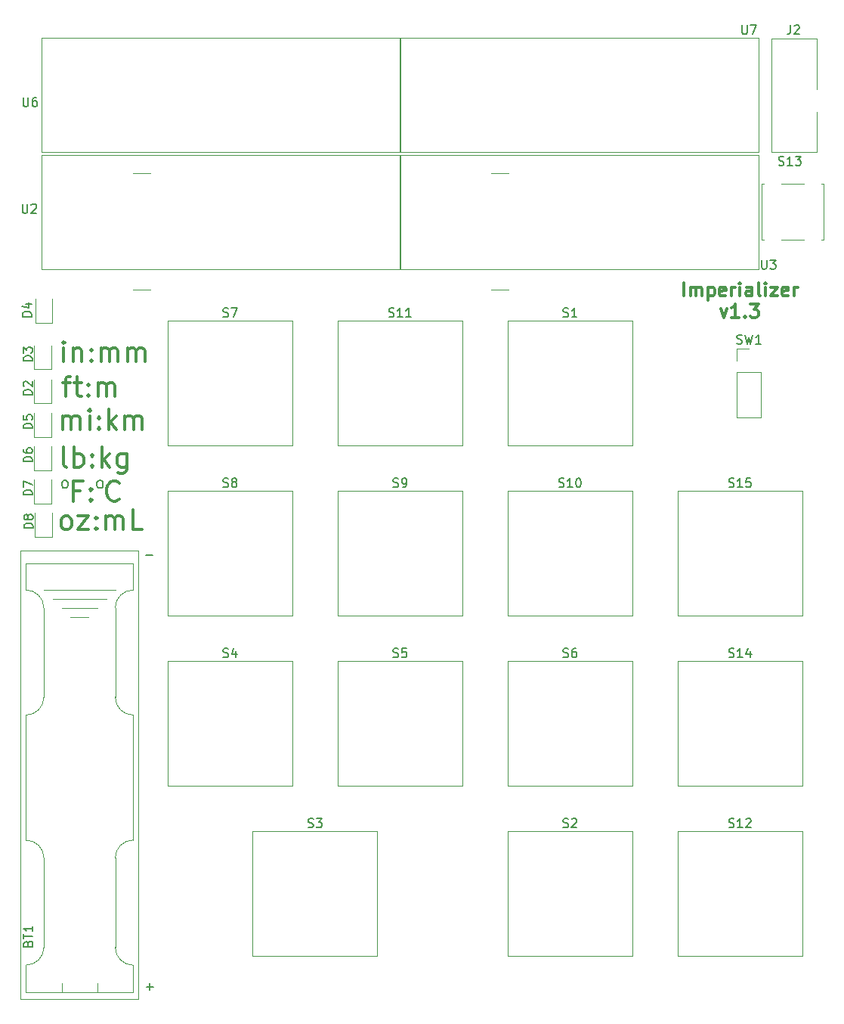
<source format=gbr>
G04 #@! TF.GenerationSoftware,KiCad,Pcbnew,(5.99.0-6545-gfc5120553)*
G04 #@! TF.CreationDate,2020-10-25T16:43:41-04:00*
G04 #@! TF.ProjectId,imperializer,696d7065-7269-4616-9c69-7a65722e6b69,1.22*
G04 #@! TF.SameCoordinates,Original*
G04 #@! TF.FileFunction,Legend,Top*
G04 #@! TF.FilePolarity,Positive*
%FSLAX46Y46*%
G04 Gerber Fmt 4.6, Leading zero omitted, Abs format (unit mm)*
G04 Created by KiCad (PCBNEW (5.99.0-6545-gfc5120553)) date 2020-10-25 16:43:41*
%MOMM*%
%LPD*%
G01*
G04 APERTURE LIST*
%ADD10C,0.300000*%
%ADD11C,0.150000*%
%ADD12C,0.120000*%
G04 APERTURE END LIST*
D10*
X93009285Y-66017857D02*
X93866428Y-66017857D01*
X93330714Y-67517857D02*
X93330714Y-65589285D01*
X93437857Y-65375000D01*
X93652142Y-65267857D01*
X93866428Y-65267857D01*
X94295000Y-66017857D02*
X95152142Y-66017857D01*
X94616428Y-65267857D02*
X94616428Y-67196428D01*
X94723571Y-67410714D01*
X94937857Y-67517857D01*
X95152142Y-67517857D01*
X95902142Y-67303571D02*
X96009285Y-67410714D01*
X95902142Y-67517857D01*
X95795000Y-67410714D01*
X95902142Y-67303571D01*
X95902142Y-67517857D01*
X95902142Y-66125000D02*
X96009285Y-66232142D01*
X95902142Y-66339285D01*
X95795000Y-66232142D01*
X95902142Y-66125000D01*
X95902142Y-66339285D01*
X96973571Y-67517857D02*
X96973571Y-66017857D01*
X96973571Y-66232142D02*
X97080714Y-66125000D01*
X97295000Y-66017857D01*
X97616428Y-66017857D01*
X97830714Y-66125000D01*
X97937857Y-66339285D01*
X97937857Y-67517857D01*
X97937857Y-66339285D02*
X98045000Y-66125000D01*
X98259285Y-66017857D01*
X98580714Y-66017857D01*
X98795000Y-66125000D01*
X98902142Y-66339285D01*
X98902142Y-67517857D01*
X93252142Y-82417857D02*
X93037857Y-82310714D01*
X92930714Y-82203571D01*
X92823571Y-81989285D01*
X92823571Y-81346428D01*
X92930714Y-81132142D01*
X93037857Y-81025000D01*
X93252142Y-80917857D01*
X93573571Y-80917857D01*
X93787857Y-81025000D01*
X93895000Y-81132142D01*
X94002142Y-81346428D01*
X94002142Y-81989285D01*
X93895000Y-82203571D01*
X93787857Y-82310714D01*
X93573571Y-82417857D01*
X93252142Y-82417857D01*
X94752142Y-80917857D02*
X95930714Y-80917857D01*
X94752142Y-82417857D01*
X95930714Y-82417857D01*
X96787857Y-82203571D02*
X96895000Y-82310714D01*
X96787857Y-82417857D01*
X96680714Y-82310714D01*
X96787857Y-82203571D01*
X96787857Y-82417857D01*
X96787857Y-81025000D02*
X96895000Y-81132142D01*
X96787857Y-81239285D01*
X96680714Y-81132142D01*
X96787857Y-81025000D01*
X96787857Y-81239285D01*
X97859285Y-82417857D02*
X97859285Y-80917857D01*
X97859285Y-81132142D02*
X97966428Y-81025000D01*
X98180714Y-80917857D01*
X98502142Y-80917857D01*
X98716428Y-81025000D01*
X98823571Y-81239285D01*
X98823571Y-82417857D01*
X98823571Y-81239285D02*
X98930714Y-81025000D01*
X99145000Y-80917857D01*
X99466428Y-80917857D01*
X99680714Y-81025000D01*
X99787857Y-81239285D01*
X99787857Y-82417857D01*
X101930714Y-82417857D02*
X100859285Y-82417857D01*
X100859285Y-80167857D01*
X93030714Y-71217857D02*
X93030714Y-69717857D01*
X93030714Y-69932142D02*
X93137857Y-69825000D01*
X93352142Y-69717857D01*
X93673571Y-69717857D01*
X93887857Y-69825000D01*
X93995000Y-70039285D01*
X93995000Y-71217857D01*
X93995000Y-70039285D02*
X94102142Y-69825000D01*
X94316428Y-69717857D01*
X94637857Y-69717857D01*
X94852142Y-69825000D01*
X94959285Y-70039285D01*
X94959285Y-71217857D01*
X96030714Y-71217857D02*
X96030714Y-69717857D01*
X96030714Y-68967857D02*
X95923571Y-69075000D01*
X96030714Y-69182142D01*
X96137857Y-69075000D01*
X96030714Y-68967857D01*
X96030714Y-69182142D01*
X97102142Y-71003571D02*
X97209285Y-71110714D01*
X97102142Y-71217857D01*
X96995000Y-71110714D01*
X97102142Y-71003571D01*
X97102142Y-71217857D01*
X97102142Y-69825000D02*
X97209285Y-69932142D01*
X97102142Y-70039285D01*
X96995000Y-69932142D01*
X97102142Y-69825000D01*
X97102142Y-70039285D01*
X98173571Y-71217857D02*
X98173571Y-68967857D01*
X98387857Y-70360714D02*
X99030714Y-71217857D01*
X99030714Y-69717857D02*
X98173571Y-70575000D01*
X99995000Y-71217857D02*
X99995000Y-69717857D01*
X99995000Y-69932142D02*
X100102142Y-69825000D01*
X100316428Y-69717857D01*
X100637857Y-69717857D01*
X100852142Y-69825000D01*
X100959285Y-70039285D01*
X100959285Y-71217857D01*
X100959285Y-70039285D02*
X101066428Y-69825000D01*
X101280714Y-69717857D01*
X101602142Y-69717857D01*
X101816428Y-69825000D01*
X101923571Y-70039285D01*
X101923571Y-71217857D01*
X94997714Y-78055285D02*
X94247714Y-78055285D01*
X94247714Y-79233857D02*
X94247714Y-76983857D01*
X95319142Y-76983857D01*
X96176285Y-79019571D02*
X96283428Y-79126714D01*
X96176285Y-79233857D01*
X96069142Y-79126714D01*
X96176285Y-79019571D01*
X96176285Y-79233857D01*
X96176285Y-77841000D02*
X96283428Y-77948142D01*
X96176285Y-78055285D01*
X96069142Y-77948142D01*
X96176285Y-77841000D01*
X96176285Y-78055285D01*
D11*
X97110714Y-77765476D02*
X96991666Y-77705952D01*
X96932142Y-77646428D01*
X96872619Y-77527380D01*
X96872619Y-77170238D01*
X96932142Y-77051190D01*
X96991666Y-76991666D01*
X97110714Y-76932142D01*
X97289285Y-76932142D01*
X97408333Y-76991666D01*
X97467857Y-77051190D01*
X97527380Y-77170238D01*
X97527380Y-77527380D01*
X97467857Y-77646428D01*
X97408333Y-77705952D01*
X97289285Y-77765476D01*
X97110714Y-77765476D01*
D10*
X99343428Y-79019571D02*
X99236285Y-79126714D01*
X98914857Y-79233857D01*
X98700571Y-79233857D01*
X98379142Y-79126714D01*
X98164857Y-78912428D01*
X98057714Y-78698142D01*
X97950571Y-78269571D01*
X97950571Y-77948142D01*
X98057714Y-77519571D01*
X98164857Y-77305285D01*
X98379142Y-77091000D01*
X98700571Y-76983857D01*
X98914857Y-76983857D01*
X99236285Y-77091000D01*
X99343428Y-77198142D01*
X162624285Y-56271071D02*
X162624285Y-54771071D01*
X163338571Y-56271071D02*
X163338571Y-55271071D01*
X163338571Y-55413928D02*
X163410000Y-55342500D01*
X163552857Y-55271071D01*
X163767142Y-55271071D01*
X163910000Y-55342500D01*
X163981428Y-55485357D01*
X163981428Y-56271071D01*
X163981428Y-55485357D02*
X164052857Y-55342500D01*
X164195714Y-55271071D01*
X164410000Y-55271071D01*
X164552857Y-55342500D01*
X164624285Y-55485357D01*
X164624285Y-56271071D01*
X165338571Y-55271071D02*
X165338571Y-56771071D01*
X165338571Y-55342500D02*
X165481428Y-55271071D01*
X165767142Y-55271071D01*
X165910000Y-55342500D01*
X165981428Y-55413928D01*
X166052857Y-55556785D01*
X166052857Y-55985357D01*
X165981428Y-56128214D01*
X165910000Y-56199642D01*
X165767142Y-56271071D01*
X165481428Y-56271071D01*
X165338571Y-56199642D01*
X167267142Y-56199642D02*
X167124285Y-56271071D01*
X166838571Y-56271071D01*
X166695714Y-56199642D01*
X166624285Y-56056785D01*
X166624285Y-55485357D01*
X166695714Y-55342500D01*
X166838571Y-55271071D01*
X167124285Y-55271071D01*
X167267142Y-55342500D01*
X167338571Y-55485357D01*
X167338571Y-55628214D01*
X166624285Y-55771071D01*
X167981428Y-56271071D02*
X167981428Y-55271071D01*
X167981428Y-55556785D02*
X168052857Y-55413928D01*
X168124285Y-55342500D01*
X168267142Y-55271071D01*
X168410000Y-55271071D01*
X168910000Y-56271071D02*
X168910000Y-55271071D01*
X168910000Y-54771071D02*
X168838571Y-54842500D01*
X168910000Y-54913928D01*
X168981428Y-54842500D01*
X168910000Y-54771071D01*
X168910000Y-54913928D01*
X170267142Y-56271071D02*
X170267142Y-55485357D01*
X170195714Y-55342500D01*
X170052857Y-55271071D01*
X169767142Y-55271071D01*
X169624285Y-55342500D01*
X170267142Y-56199642D02*
X170124285Y-56271071D01*
X169767142Y-56271071D01*
X169624285Y-56199642D01*
X169552857Y-56056785D01*
X169552857Y-55913928D01*
X169624285Y-55771071D01*
X169767142Y-55699642D01*
X170124285Y-55699642D01*
X170267142Y-55628214D01*
X171195714Y-56271071D02*
X171052857Y-56199642D01*
X170981428Y-56056785D01*
X170981428Y-54771071D01*
X171767142Y-56271071D02*
X171767142Y-55271071D01*
X171767142Y-54771071D02*
X171695714Y-54842500D01*
X171767142Y-54913928D01*
X171838571Y-54842500D01*
X171767142Y-54771071D01*
X171767142Y-54913928D01*
X172338571Y-55271071D02*
X173124285Y-55271071D01*
X172338571Y-56271071D01*
X173124285Y-56271071D01*
X174267142Y-56199642D02*
X174124285Y-56271071D01*
X173838571Y-56271071D01*
X173695714Y-56199642D01*
X173624285Y-56056785D01*
X173624285Y-55485357D01*
X173695714Y-55342500D01*
X173838571Y-55271071D01*
X174124285Y-55271071D01*
X174267142Y-55342500D01*
X174338571Y-55485357D01*
X174338571Y-55628214D01*
X173624285Y-55771071D01*
X174981428Y-56271071D02*
X174981428Y-55271071D01*
X174981428Y-55556785D02*
X175052857Y-55413928D01*
X175124285Y-55342500D01*
X175267142Y-55271071D01*
X175410000Y-55271071D01*
X166767142Y-57686071D02*
X167124285Y-58686071D01*
X167481428Y-57686071D01*
X168838571Y-58686071D02*
X167981428Y-58686071D01*
X168410000Y-58686071D02*
X168410000Y-57186071D01*
X168267142Y-57400357D01*
X168124285Y-57543214D01*
X167981428Y-57614642D01*
X169481428Y-58543214D02*
X169552857Y-58614642D01*
X169481428Y-58686071D01*
X169410000Y-58614642D01*
X169481428Y-58543214D01*
X169481428Y-58686071D01*
X170052857Y-57186071D02*
X170981428Y-57186071D01*
X170481428Y-57757500D01*
X170695714Y-57757500D01*
X170838571Y-57828928D01*
X170910000Y-57900357D01*
X170981428Y-58043214D01*
X170981428Y-58400357D01*
X170910000Y-58543214D01*
X170838571Y-58614642D01*
X170695714Y-58686071D01*
X170267142Y-58686071D01*
X170124285Y-58614642D01*
X170052857Y-58543214D01*
X93130714Y-63617857D02*
X93130714Y-62117857D01*
X93130714Y-61367857D02*
X93023571Y-61475000D01*
X93130714Y-61582142D01*
X93237857Y-61475000D01*
X93130714Y-61367857D01*
X93130714Y-61582142D01*
X94202142Y-62117857D02*
X94202142Y-63617857D01*
X94202142Y-62332142D02*
X94309285Y-62225000D01*
X94523571Y-62117857D01*
X94845000Y-62117857D01*
X95059285Y-62225000D01*
X95166428Y-62439285D01*
X95166428Y-63617857D01*
X96237857Y-63403571D02*
X96345000Y-63510714D01*
X96237857Y-63617857D01*
X96130714Y-63510714D01*
X96237857Y-63403571D01*
X96237857Y-63617857D01*
X96237857Y-62225000D02*
X96345000Y-62332142D01*
X96237857Y-62439285D01*
X96130714Y-62332142D01*
X96237857Y-62225000D01*
X96237857Y-62439285D01*
X97309285Y-63617857D02*
X97309285Y-62117857D01*
X97309285Y-62332142D02*
X97416428Y-62225000D01*
X97630714Y-62117857D01*
X97952142Y-62117857D01*
X98166428Y-62225000D01*
X98273571Y-62439285D01*
X98273571Y-63617857D01*
X98273571Y-62439285D02*
X98380714Y-62225000D01*
X98595000Y-62117857D01*
X98916428Y-62117857D01*
X99130714Y-62225000D01*
X99237857Y-62439285D01*
X99237857Y-63617857D01*
X100309285Y-63617857D02*
X100309285Y-62117857D01*
X100309285Y-62332142D02*
X100416428Y-62225000D01*
X100630714Y-62117857D01*
X100952142Y-62117857D01*
X101166428Y-62225000D01*
X101273571Y-62439285D01*
X101273571Y-63617857D01*
X101273571Y-62439285D02*
X101380714Y-62225000D01*
X101595000Y-62117857D01*
X101916428Y-62117857D01*
X102130714Y-62225000D01*
X102237857Y-62439285D01*
X102237857Y-63617857D01*
X93426142Y-75423857D02*
X93211857Y-75316714D01*
X93104714Y-75102428D01*
X93104714Y-73173857D01*
X94283285Y-75423857D02*
X94283285Y-73173857D01*
X94283285Y-74031000D02*
X94497571Y-73923857D01*
X94926142Y-73923857D01*
X95140428Y-74031000D01*
X95247571Y-74138142D01*
X95354714Y-74352428D01*
X95354714Y-74995285D01*
X95247571Y-75209571D01*
X95140428Y-75316714D01*
X94926142Y-75423857D01*
X94497571Y-75423857D01*
X94283285Y-75316714D01*
X96319000Y-75209571D02*
X96426142Y-75316714D01*
X96319000Y-75423857D01*
X96211857Y-75316714D01*
X96319000Y-75209571D01*
X96319000Y-75423857D01*
X96319000Y-74031000D02*
X96426142Y-74138142D01*
X96319000Y-74245285D01*
X96211857Y-74138142D01*
X96319000Y-74031000D01*
X96319000Y-74245285D01*
X97390428Y-75423857D02*
X97390428Y-73173857D01*
X97604714Y-74566714D02*
X98247571Y-75423857D01*
X98247571Y-73923857D02*
X97390428Y-74781000D01*
X100176142Y-73923857D02*
X100176142Y-75745285D01*
X100069000Y-75959571D01*
X99961857Y-76066714D01*
X99747571Y-76173857D01*
X99426142Y-76173857D01*
X99211857Y-76066714D01*
X100176142Y-75316714D02*
X99961857Y-75423857D01*
X99533285Y-75423857D01*
X99319000Y-75316714D01*
X99211857Y-75209571D01*
X99104714Y-74995285D01*
X99104714Y-74352428D01*
X99211857Y-74138142D01*
X99319000Y-74031000D01*
X99533285Y-73923857D01*
X99961857Y-73923857D01*
X100176142Y-74031000D01*
D11*
X93173714Y-77765476D02*
X93054666Y-77705952D01*
X92995142Y-77646428D01*
X92935619Y-77527380D01*
X92935619Y-77170238D01*
X92995142Y-77051190D01*
X93054666Y-76991666D01*
X93173714Y-76932142D01*
X93352285Y-76932142D01*
X93471333Y-76991666D01*
X93530857Y-77051190D01*
X93590380Y-77170238D01*
X93590380Y-77527380D01*
X93530857Y-77646428D01*
X93471333Y-77705952D01*
X93352285Y-77765476D01*
X93173714Y-77765476D01*
X89602380Y-63538095D02*
X88602380Y-63538095D01*
X88602380Y-63300000D01*
X88650000Y-63157142D01*
X88745238Y-63061904D01*
X88840476Y-63014285D01*
X89030952Y-62966666D01*
X89173809Y-62966666D01*
X89364285Y-63014285D01*
X89459523Y-63061904D01*
X89554761Y-63157142D01*
X89602380Y-63300000D01*
X89602380Y-63538095D01*
X88602380Y-62633333D02*
X88602380Y-62014285D01*
X88983333Y-62347619D01*
X88983333Y-62204761D01*
X89030952Y-62109523D01*
X89078571Y-62061904D01*
X89173809Y-62014285D01*
X89411904Y-62014285D01*
X89507142Y-62061904D01*
X89554761Y-62109523D01*
X89602380Y-62204761D01*
X89602380Y-62490476D01*
X89554761Y-62585714D01*
X89507142Y-62633333D01*
X89602380Y-67338095D02*
X88602380Y-67338095D01*
X88602380Y-67100000D01*
X88650000Y-66957142D01*
X88745238Y-66861904D01*
X88840476Y-66814285D01*
X89030952Y-66766666D01*
X89173809Y-66766666D01*
X89364285Y-66814285D01*
X89459523Y-66861904D01*
X89554761Y-66957142D01*
X89602380Y-67100000D01*
X89602380Y-67338095D01*
X88697619Y-66385714D02*
X88650000Y-66338095D01*
X88602380Y-66242857D01*
X88602380Y-66004761D01*
X88650000Y-65909523D01*
X88697619Y-65861904D01*
X88792857Y-65814285D01*
X88888095Y-65814285D01*
X89030952Y-65861904D01*
X89602380Y-66433333D01*
X89602380Y-65814285D01*
X110998095Y-96670761D02*
X111140952Y-96718380D01*
X111379047Y-96718380D01*
X111474285Y-96670761D01*
X111521904Y-96623142D01*
X111569523Y-96527904D01*
X111569523Y-96432666D01*
X111521904Y-96337428D01*
X111474285Y-96289809D01*
X111379047Y-96242190D01*
X111188571Y-96194571D01*
X111093333Y-96146952D01*
X111045714Y-96099333D01*
X110998095Y-96004095D01*
X110998095Y-95908857D01*
X111045714Y-95813619D01*
X111093333Y-95766000D01*
X111188571Y-95718380D01*
X111426666Y-95718380D01*
X111569523Y-95766000D01*
X112426666Y-96051714D02*
X112426666Y-96718380D01*
X112188571Y-95670761D02*
X111950476Y-96385047D01*
X112569523Y-96385047D01*
X130048095Y-96670761D02*
X130190952Y-96718380D01*
X130429047Y-96718380D01*
X130524285Y-96670761D01*
X130571904Y-96623142D01*
X130619523Y-96527904D01*
X130619523Y-96432666D01*
X130571904Y-96337428D01*
X130524285Y-96289809D01*
X130429047Y-96242190D01*
X130238571Y-96194571D01*
X130143333Y-96146952D01*
X130095714Y-96099333D01*
X130048095Y-96004095D01*
X130048095Y-95908857D01*
X130095714Y-95813619D01*
X130143333Y-95766000D01*
X130238571Y-95718380D01*
X130476666Y-95718380D01*
X130619523Y-95766000D01*
X131524285Y-95718380D02*
X131048095Y-95718380D01*
X131000476Y-96194571D01*
X131048095Y-96146952D01*
X131143333Y-96099333D01*
X131381428Y-96099333D01*
X131476666Y-96146952D01*
X131524285Y-96194571D01*
X131571904Y-96289809D01*
X131571904Y-96527904D01*
X131524285Y-96623142D01*
X131476666Y-96670761D01*
X131381428Y-96718380D01*
X131143333Y-96718380D01*
X131048095Y-96670761D01*
X131000476Y-96623142D01*
X110998095Y-58570761D02*
X111140952Y-58618380D01*
X111379047Y-58618380D01*
X111474285Y-58570761D01*
X111521904Y-58523142D01*
X111569523Y-58427904D01*
X111569523Y-58332666D01*
X111521904Y-58237428D01*
X111474285Y-58189809D01*
X111379047Y-58142190D01*
X111188571Y-58094571D01*
X111093333Y-58046952D01*
X111045714Y-57999333D01*
X110998095Y-57904095D01*
X110998095Y-57808857D01*
X111045714Y-57713619D01*
X111093333Y-57666000D01*
X111188571Y-57618380D01*
X111426666Y-57618380D01*
X111569523Y-57666000D01*
X111902857Y-57618380D02*
X112569523Y-57618380D01*
X112140952Y-58618380D01*
X110998095Y-77620761D02*
X111140952Y-77668380D01*
X111379047Y-77668380D01*
X111474285Y-77620761D01*
X111521904Y-77573142D01*
X111569523Y-77477904D01*
X111569523Y-77382666D01*
X111521904Y-77287428D01*
X111474285Y-77239809D01*
X111379047Y-77192190D01*
X111188571Y-77144571D01*
X111093333Y-77096952D01*
X111045714Y-77049333D01*
X110998095Y-76954095D01*
X110998095Y-76858857D01*
X111045714Y-76763619D01*
X111093333Y-76716000D01*
X111188571Y-76668380D01*
X111426666Y-76668380D01*
X111569523Y-76716000D01*
X112140952Y-77096952D02*
X112045714Y-77049333D01*
X111998095Y-77001714D01*
X111950476Y-76906476D01*
X111950476Y-76858857D01*
X111998095Y-76763619D01*
X112045714Y-76716000D01*
X112140952Y-76668380D01*
X112331428Y-76668380D01*
X112426666Y-76716000D01*
X112474285Y-76763619D01*
X112521904Y-76858857D01*
X112521904Y-76906476D01*
X112474285Y-77001714D01*
X112426666Y-77049333D01*
X112331428Y-77096952D01*
X112140952Y-77096952D01*
X112045714Y-77144571D01*
X111998095Y-77192190D01*
X111950476Y-77287428D01*
X111950476Y-77477904D01*
X111998095Y-77573142D01*
X112045714Y-77620761D01*
X112140952Y-77668380D01*
X112331428Y-77668380D01*
X112426666Y-77620761D01*
X112474285Y-77573142D01*
X112521904Y-77477904D01*
X112521904Y-77287428D01*
X112474285Y-77192190D01*
X112426666Y-77144571D01*
X112331428Y-77096952D01*
X130048095Y-77620761D02*
X130190952Y-77668380D01*
X130429047Y-77668380D01*
X130524285Y-77620761D01*
X130571904Y-77573142D01*
X130619523Y-77477904D01*
X130619523Y-77382666D01*
X130571904Y-77287428D01*
X130524285Y-77239809D01*
X130429047Y-77192190D01*
X130238571Y-77144571D01*
X130143333Y-77096952D01*
X130095714Y-77049333D01*
X130048095Y-76954095D01*
X130048095Y-76858857D01*
X130095714Y-76763619D01*
X130143333Y-76716000D01*
X130238571Y-76668380D01*
X130476666Y-76668380D01*
X130619523Y-76716000D01*
X131095714Y-77668380D02*
X131286190Y-77668380D01*
X131381428Y-77620761D01*
X131429047Y-77573142D01*
X131524285Y-77430285D01*
X131571904Y-77239809D01*
X131571904Y-76858857D01*
X131524285Y-76763619D01*
X131476666Y-76716000D01*
X131381428Y-76668380D01*
X131190952Y-76668380D01*
X131095714Y-76716000D01*
X131048095Y-76763619D01*
X131000476Y-76858857D01*
X131000476Y-77096952D01*
X131048095Y-77192190D01*
X131095714Y-77239809D01*
X131190952Y-77287428D01*
X131381428Y-77287428D01*
X131476666Y-77239809D01*
X131524285Y-77192190D01*
X131571904Y-77096952D01*
X129571904Y-58570761D02*
X129714761Y-58618380D01*
X129952857Y-58618380D01*
X130048095Y-58570761D01*
X130095714Y-58523142D01*
X130143333Y-58427904D01*
X130143333Y-58332666D01*
X130095714Y-58237428D01*
X130048095Y-58189809D01*
X129952857Y-58142190D01*
X129762380Y-58094571D01*
X129667142Y-58046952D01*
X129619523Y-57999333D01*
X129571904Y-57904095D01*
X129571904Y-57808857D01*
X129619523Y-57713619D01*
X129667142Y-57666000D01*
X129762380Y-57618380D01*
X130000476Y-57618380D01*
X130143333Y-57666000D01*
X131095714Y-58618380D02*
X130524285Y-58618380D01*
X130810000Y-58618380D02*
X130810000Y-57618380D01*
X130714761Y-57761238D01*
X130619523Y-57856476D01*
X130524285Y-57904095D01*
X132048095Y-58618380D02*
X131476666Y-58618380D01*
X131762380Y-58618380D02*
X131762380Y-57618380D01*
X131667142Y-57761238D01*
X131571904Y-57856476D01*
X131476666Y-57904095D01*
X149098095Y-58570761D02*
X149240952Y-58618380D01*
X149479047Y-58618380D01*
X149574285Y-58570761D01*
X149621904Y-58523142D01*
X149669523Y-58427904D01*
X149669523Y-58332666D01*
X149621904Y-58237428D01*
X149574285Y-58189809D01*
X149479047Y-58142190D01*
X149288571Y-58094571D01*
X149193333Y-58046952D01*
X149145714Y-57999333D01*
X149098095Y-57904095D01*
X149098095Y-57808857D01*
X149145714Y-57713619D01*
X149193333Y-57666000D01*
X149288571Y-57618380D01*
X149526666Y-57618380D01*
X149669523Y-57666000D01*
X150621904Y-58618380D02*
X150050476Y-58618380D01*
X150336190Y-58618380D02*
X150336190Y-57618380D01*
X150240952Y-57761238D01*
X150145714Y-57856476D01*
X150050476Y-57904095D01*
X149098095Y-115720761D02*
X149240952Y-115768380D01*
X149479047Y-115768380D01*
X149574285Y-115720761D01*
X149621904Y-115673142D01*
X149669523Y-115577904D01*
X149669523Y-115482666D01*
X149621904Y-115387428D01*
X149574285Y-115339809D01*
X149479047Y-115292190D01*
X149288571Y-115244571D01*
X149193333Y-115196952D01*
X149145714Y-115149333D01*
X149098095Y-115054095D01*
X149098095Y-114958857D01*
X149145714Y-114863619D01*
X149193333Y-114816000D01*
X149288571Y-114768380D01*
X149526666Y-114768380D01*
X149669523Y-114816000D01*
X150050476Y-114863619D02*
X150098095Y-114816000D01*
X150193333Y-114768380D01*
X150431428Y-114768380D01*
X150526666Y-114816000D01*
X150574285Y-114863619D01*
X150621904Y-114958857D01*
X150621904Y-115054095D01*
X150574285Y-115196952D01*
X150002857Y-115768380D01*
X150621904Y-115768380D01*
X171338095Y-52252380D02*
X171338095Y-53061904D01*
X171385714Y-53157142D01*
X171433333Y-53204761D01*
X171528571Y-53252380D01*
X171719047Y-53252380D01*
X171814285Y-53204761D01*
X171861904Y-53157142D01*
X171909523Y-53061904D01*
X171909523Y-52252380D01*
X172290476Y-52252380D02*
X172909523Y-52252380D01*
X172576190Y-52633333D01*
X172719047Y-52633333D01*
X172814285Y-52680952D01*
X172861904Y-52728571D01*
X172909523Y-52823809D01*
X172909523Y-53061904D01*
X172861904Y-53157142D01*
X172814285Y-53204761D01*
X172719047Y-53252380D01*
X172433333Y-53252380D01*
X172338095Y-53204761D01*
X172290476Y-53157142D01*
X88493695Y-45985180D02*
X88493695Y-46794704D01*
X88541314Y-46889942D01*
X88588933Y-46937561D01*
X88684171Y-46985180D01*
X88874647Y-46985180D01*
X88969885Y-46937561D01*
X89017504Y-46889942D01*
X89065123Y-46794704D01*
X89065123Y-45985180D01*
X89493695Y-46080419D02*
X89541314Y-46032800D01*
X89636552Y-45985180D01*
X89874647Y-45985180D01*
X89969885Y-46032800D01*
X90017504Y-46080419D01*
X90065123Y-46175657D01*
X90065123Y-46270895D01*
X90017504Y-46413752D01*
X89446076Y-46985180D01*
X90065123Y-46985180D01*
X120523095Y-115720761D02*
X120665952Y-115768380D01*
X120904047Y-115768380D01*
X120999285Y-115720761D01*
X121046904Y-115673142D01*
X121094523Y-115577904D01*
X121094523Y-115482666D01*
X121046904Y-115387428D01*
X120999285Y-115339809D01*
X120904047Y-115292190D01*
X120713571Y-115244571D01*
X120618333Y-115196952D01*
X120570714Y-115149333D01*
X120523095Y-115054095D01*
X120523095Y-114958857D01*
X120570714Y-114863619D01*
X120618333Y-114816000D01*
X120713571Y-114768380D01*
X120951666Y-114768380D01*
X121094523Y-114816000D01*
X121427857Y-114768380D02*
X122046904Y-114768380D01*
X121713571Y-115149333D01*
X121856428Y-115149333D01*
X121951666Y-115196952D01*
X121999285Y-115244571D01*
X122046904Y-115339809D01*
X122046904Y-115577904D01*
X121999285Y-115673142D01*
X121951666Y-115720761D01*
X121856428Y-115768380D01*
X121570714Y-115768380D01*
X121475476Y-115720761D01*
X121427857Y-115673142D01*
X169138095Y-25952380D02*
X169138095Y-26761904D01*
X169185714Y-26857142D01*
X169233333Y-26904761D01*
X169328571Y-26952380D01*
X169519047Y-26952380D01*
X169614285Y-26904761D01*
X169661904Y-26857142D01*
X169709523Y-26761904D01*
X169709523Y-25952380D01*
X170090476Y-25952380D02*
X170757142Y-25952380D01*
X170328571Y-26952380D01*
X88595295Y-34047180D02*
X88595295Y-34856704D01*
X88642914Y-34951942D01*
X88690533Y-34999561D01*
X88785771Y-35047180D01*
X88976247Y-35047180D01*
X89071485Y-34999561D01*
X89119104Y-34951942D01*
X89166723Y-34856704D01*
X89166723Y-34047180D01*
X90071485Y-34047180D02*
X89881009Y-34047180D01*
X89785771Y-34094800D01*
X89738152Y-34142419D01*
X89642914Y-34285276D01*
X89595295Y-34475752D01*
X89595295Y-34856704D01*
X89642914Y-34951942D01*
X89690533Y-34999561D01*
X89785771Y-35047180D01*
X89976247Y-35047180D01*
X90071485Y-34999561D01*
X90119104Y-34951942D01*
X90166723Y-34856704D01*
X90166723Y-34618609D01*
X90119104Y-34523371D01*
X90071485Y-34475752D01*
X89976247Y-34428133D01*
X89785771Y-34428133D01*
X89690533Y-34475752D01*
X89642914Y-34523371D01*
X89595295Y-34618609D01*
X149098095Y-96670761D02*
X149240952Y-96718380D01*
X149479047Y-96718380D01*
X149574285Y-96670761D01*
X149621904Y-96623142D01*
X149669523Y-96527904D01*
X149669523Y-96432666D01*
X149621904Y-96337428D01*
X149574285Y-96289809D01*
X149479047Y-96242190D01*
X149288571Y-96194571D01*
X149193333Y-96146952D01*
X149145714Y-96099333D01*
X149098095Y-96004095D01*
X149098095Y-95908857D01*
X149145714Y-95813619D01*
X149193333Y-95766000D01*
X149288571Y-95718380D01*
X149526666Y-95718380D01*
X149669523Y-95766000D01*
X150526666Y-95718380D02*
X150336190Y-95718380D01*
X150240952Y-95766000D01*
X150193333Y-95813619D01*
X150098095Y-95956476D01*
X150050476Y-96146952D01*
X150050476Y-96527904D01*
X150098095Y-96623142D01*
X150145714Y-96670761D01*
X150240952Y-96718380D01*
X150431428Y-96718380D01*
X150526666Y-96670761D01*
X150574285Y-96623142D01*
X150621904Y-96527904D01*
X150621904Y-96289809D01*
X150574285Y-96194571D01*
X150526666Y-96146952D01*
X150431428Y-96099333D01*
X150240952Y-96099333D01*
X150145714Y-96146952D01*
X150098095Y-96194571D01*
X150050476Y-96289809D01*
X174566666Y-25952380D02*
X174566666Y-26666666D01*
X174519047Y-26809523D01*
X174423809Y-26904761D01*
X174280952Y-26952380D01*
X174185714Y-26952380D01*
X174995238Y-26047619D02*
X175042857Y-26000000D01*
X175138095Y-25952380D01*
X175376190Y-25952380D01*
X175471428Y-26000000D01*
X175519047Y-26047619D01*
X175566666Y-26142857D01*
X175566666Y-26238095D01*
X175519047Y-26380952D01*
X174947619Y-26952380D01*
X175566666Y-26952380D01*
X89510880Y-58577095D02*
X88510880Y-58577095D01*
X88510880Y-58339000D01*
X88558500Y-58196142D01*
X88653738Y-58100904D01*
X88748976Y-58053285D01*
X88939452Y-58005666D01*
X89082309Y-58005666D01*
X89272785Y-58053285D01*
X89368023Y-58100904D01*
X89463261Y-58196142D01*
X89510880Y-58339000D01*
X89510880Y-58577095D01*
X88844214Y-57148523D02*
X89510880Y-57148523D01*
X88463261Y-57386619D02*
X89177547Y-57624714D01*
X89177547Y-57005666D01*
X168576666Y-61574761D02*
X168719523Y-61622380D01*
X168957619Y-61622380D01*
X169052857Y-61574761D01*
X169100476Y-61527142D01*
X169148095Y-61431904D01*
X169148095Y-61336666D01*
X169100476Y-61241428D01*
X169052857Y-61193809D01*
X168957619Y-61146190D01*
X168767142Y-61098571D01*
X168671904Y-61050952D01*
X168624285Y-61003333D01*
X168576666Y-60908095D01*
X168576666Y-60812857D01*
X168624285Y-60717619D01*
X168671904Y-60670000D01*
X168767142Y-60622380D01*
X169005238Y-60622380D01*
X169148095Y-60670000D01*
X169481428Y-60622380D02*
X169719523Y-61622380D01*
X169910000Y-60908095D01*
X170100476Y-61622380D01*
X170338571Y-60622380D01*
X171243333Y-61622380D02*
X170671904Y-61622380D01*
X170957619Y-61622380D02*
X170957619Y-60622380D01*
X170862380Y-60765238D01*
X170767142Y-60860476D01*
X170671904Y-60908095D01*
X148621904Y-77620761D02*
X148764761Y-77668380D01*
X149002857Y-77668380D01*
X149098095Y-77620761D01*
X149145714Y-77573142D01*
X149193333Y-77477904D01*
X149193333Y-77382666D01*
X149145714Y-77287428D01*
X149098095Y-77239809D01*
X149002857Y-77192190D01*
X148812380Y-77144571D01*
X148717142Y-77096952D01*
X148669523Y-77049333D01*
X148621904Y-76954095D01*
X148621904Y-76858857D01*
X148669523Y-76763619D01*
X148717142Y-76716000D01*
X148812380Y-76668380D01*
X149050476Y-76668380D01*
X149193333Y-76716000D01*
X150145714Y-77668380D02*
X149574285Y-77668380D01*
X149860000Y-77668380D02*
X149860000Y-76668380D01*
X149764761Y-76811238D01*
X149669523Y-76906476D01*
X149574285Y-76954095D01*
X150764761Y-76668380D02*
X150860000Y-76668380D01*
X150955238Y-76716000D01*
X151002857Y-76763619D01*
X151050476Y-76858857D01*
X151098095Y-77049333D01*
X151098095Y-77287428D01*
X151050476Y-77477904D01*
X151002857Y-77573142D01*
X150955238Y-77620761D01*
X150860000Y-77668380D01*
X150764761Y-77668380D01*
X150669523Y-77620761D01*
X150621904Y-77573142D01*
X150574285Y-77477904D01*
X150526666Y-77287428D01*
X150526666Y-77049333D01*
X150574285Y-76858857D01*
X150621904Y-76763619D01*
X150669523Y-76716000D01*
X150764761Y-76668380D01*
X89607380Y-74821428D02*
X88607380Y-74821428D01*
X88607380Y-74583333D01*
X88655000Y-74440475D01*
X88750238Y-74345237D01*
X88845476Y-74297618D01*
X89035952Y-74249999D01*
X89178809Y-74249999D01*
X89369285Y-74297618D01*
X89464523Y-74345237D01*
X89559761Y-74440475D01*
X89607380Y-74583333D01*
X89607380Y-74821428D01*
X88607380Y-73392856D02*
X88607380Y-73583333D01*
X88655000Y-73678571D01*
X88702619Y-73726190D01*
X88845476Y-73821428D01*
X89035952Y-73869047D01*
X89416904Y-73869047D01*
X89512142Y-73821428D01*
X89559761Y-73773809D01*
X89607380Y-73678571D01*
X89607380Y-73488094D01*
X89559761Y-73392856D01*
X89512142Y-73345237D01*
X89416904Y-73297618D01*
X89178809Y-73297618D01*
X89083571Y-73345237D01*
X89035952Y-73392856D01*
X88988333Y-73488094D01*
X88988333Y-73678571D01*
X89035952Y-73773809D01*
X89083571Y-73821428D01*
X89178809Y-73869047D01*
X89607380Y-78546761D02*
X88607380Y-78546761D01*
X88607380Y-78308666D01*
X88655000Y-78165808D01*
X88750238Y-78070570D01*
X88845476Y-78022951D01*
X89035952Y-77975332D01*
X89178809Y-77975332D01*
X89369285Y-78022951D01*
X89464523Y-78070570D01*
X89559761Y-78165808D01*
X89607380Y-78308666D01*
X89607380Y-78546761D01*
X88607380Y-77641999D02*
X88607380Y-76975332D01*
X89607380Y-77403904D01*
X89607380Y-71096095D02*
X88607380Y-71096095D01*
X88607380Y-70858000D01*
X88655000Y-70715142D01*
X88750238Y-70619904D01*
X88845476Y-70572285D01*
X89035952Y-70524666D01*
X89178809Y-70524666D01*
X89369285Y-70572285D01*
X89464523Y-70619904D01*
X89559761Y-70715142D01*
X89607380Y-70858000D01*
X89607380Y-71096095D01*
X88607380Y-69619904D02*
X88607380Y-70096095D01*
X89083571Y-70143714D01*
X89035952Y-70096095D01*
X88988333Y-70000857D01*
X88988333Y-69762761D01*
X89035952Y-69667523D01*
X89083571Y-69619904D01*
X89178809Y-69572285D01*
X89416904Y-69572285D01*
X89512142Y-69619904D01*
X89559761Y-69667523D01*
X89607380Y-69762761D01*
X89607380Y-70000857D01*
X89559761Y-70096095D01*
X89512142Y-70143714D01*
X89685880Y-82272095D02*
X88685880Y-82272095D01*
X88685880Y-82034000D01*
X88733500Y-81891142D01*
X88828738Y-81795904D01*
X88923976Y-81748285D01*
X89114452Y-81700666D01*
X89257309Y-81700666D01*
X89447785Y-81748285D01*
X89543023Y-81795904D01*
X89638261Y-81891142D01*
X89685880Y-82034000D01*
X89685880Y-82272095D01*
X89114452Y-81129238D02*
X89066833Y-81224476D01*
X89019214Y-81272095D01*
X88923976Y-81319714D01*
X88876357Y-81319714D01*
X88781119Y-81272095D01*
X88733500Y-81224476D01*
X88685880Y-81129238D01*
X88685880Y-80938761D01*
X88733500Y-80843523D01*
X88781119Y-80795904D01*
X88876357Y-80748285D01*
X88923976Y-80748285D01*
X89019214Y-80795904D01*
X89066833Y-80843523D01*
X89114452Y-80938761D01*
X89114452Y-81129238D01*
X89162071Y-81224476D01*
X89209690Y-81272095D01*
X89304928Y-81319714D01*
X89495404Y-81319714D01*
X89590642Y-81272095D01*
X89638261Y-81224476D01*
X89685880Y-81129238D01*
X89685880Y-80938761D01*
X89638261Y-80843523D01*
X89590642Y-80795904D01*
X89495404Y-80748285D01*
X89304928Y-80748285D01*
X89209690Y-80795904D01*
X89162071Y-80843523D01*
X89114452Y-80938761D01*
X167671904Y-96670761D02*
X167814761Y-96718380D01*
X168052857Y-96718380D01*
X168148095Y-96670761D01*
X168195714Y-96623142D01*
X168243333Y-96527904D01*
X168243333Y-96432666D01*
X168195714Y-96337428D01*
X168148095Y-96289809D01*
X168052857Y-96242190D01*
X167862380Y-96194571D01*
X167767142Y-96146952D01*
X167719523Y-96099333D01*
X167671904Y-96004095D01*
X167671904Y-95908857D01*
X167719523Y-95813619D01*
X167767142Y-95766000D01*
X167862380Y-95718380D01*
X168100476Y-95718380D01*
X168243333Y-95766000D01*
X169195714Y-96718380D02*
X168624285Y-96718380D01*
X168910000Y-96718380D02*
X168910000Y-95718380D01*
X168814761Y-95861238D01*
X168719523Y-95956476D01*
X168624285Y-96004095D01*
X170052857Y-96051714D02*
X170052857Y-96718380D01*
X169814761Y-95670761D02*
X169576666Y-96385047D01*
X170195714Y-96385047D01*
X167671904Y-115720761D02*
X167814761Y-115768380D01*
X168052857Y-115768380D01*
X168148095Y-115720761D01*
X168195714Y-115673142D01*
X168243333Y-115577904D01*
X168243333Y-115482666D01*
X168195714Y-115387428D01*
X168148095Y-115339809D01*
X168052857Y-115292190D01*
X167862380Y-115244571D01*
X167767142Y-115196952D01*
X167719523Y-115149333D01*
X167671904Y-115054095D01*
X167671904Y-114958857D01*
X167719523Y-114863619D01*
X167767142Y-114816000D01*
X167862380Y-114768380D01*
X168100476Y-114768380D01*
X168243333Y-114816000D01*
X169195714Y-115768380D02*
X168624285Y-115768380D01*
X168910000Y-115768380D02*
X168910000Y-114768380D01*
X168814761Y-114911238D01*
X168719523Y-115006476D01*
X168624285Y-115054095D01*
X169576666Y-114863619D02*
X169624285Y-114816000D01*
X169719523Y-114768380D01*
X169957619Y-114768380D01*
X170052857Y-114816000D01*
X170100476Y-114863619D01*
X170148095Y-114958857D01*
X170148095Y-115054095D01*
X170100476Y-115196952D01*
X169529047Y-115768380D01*
X170148095Y-115768380D01*
X89135085Y-128768837D02*
X89182704Y-128625980D01*
X89230323Y-128578361D01*
X89325561Y-128530742D01*
X89468418Y-128530742D01*
X89563656Y-128578361D01*
X89611275Y-128625980D01*
X89658894Y-128721218D01*
X89658894Y-129102170D01*
X88658894Y-129102170D01*
X88658894Y-128768837D01*
X88706514Y-128673599D01*
X88754133Y-128625980D01*
X88849371Y-128578361D01*
X88944609Y-128578361D01*
X89039847Y-128625980D01*
X89087466Y-128673599D01*
X89135085Y-128768837D01*
X89135085Y-129102170D01*
X88658894Y-128245027D02*
X88658894Y-127673599D01*
X89658894Y-127959313D02*
X88658894Y-127959313D01*
X89658894Y-126816456D02*
X89658894Y-127387884D01*
X89658894Y-127102170D02*
X88658894Y-127102170D01*
X88801752Y-127197408D01*
X88896990Y-127292646D01*
X88944609Y-127387884D01*
X102777942Y-133964075D02*
X102777942Y-133202170D01*
X103158894Y-133583123D02*
X102396990Y-133583123D01*
X102325561Y-85254551D02*
X103087466Y-85254551D01*
X167671904Y-77620761D02*
X167814761Y-77668380D01*
X168052857Y-77668380D01*
X168148095Y-77620761D01*
X168195714Y-77573142D01*
X168243333Y-77477904D01*
X168243333Y-77382666D01*
X168195714Y-77287428D01*
X168148095Y-77239809D01*
X168052857Y-77192190D01*
X167862380Y-77144571D01*
X167767142Y-77096952D01*
X167719523Y-77049333D01*
X167671904Y-76954095D01*
X167671904Y-76858857D01*
X167719523Y-76763619D01*
X167767142Y-76716000D01*
X167862380Y-76668380D01*
X168100476Y-76668380D01*
X168243333Y-76716000D01*
X169195714Y-77668380D02*
X168624285Y-77668380D01*
X168910000Y-77668380D02*
X168910000Y-76668380D01*
X168814761Y-76811238D01*
X168719523Y-76906476D01*
X168624285Y-76954095D01*
X170100476Y-76668380D02*
X169624285Y-76668380D01*
X169576666Y-77144571D01*
X169624285Y-77096952D01*
X169719523Y-77049333D01*
X169957619Y-77049333D01*
X170052857Y-77096952D01*
X170100476Y-77144571D01*
X170148095Y-77239809D01*
X170148095Y-77477904D01*
X170100476Y-77573142D01*
X170052857Y-77620761D01*
X169957619Y-77668380D01*
X169719523Y-77668380D01*
X169624285Y-77620761D01*
X169576666Y-77573142D01*
X173261904Y-41604761D02*
X173404761Y-41652380D01*
X173642857Y-41652380D01*
X173738095Y-41604761D01*
X173785714Y-41557142D01*
X173833333Y-41461904D01*
X173833333Y-41366666D01*
X173785714Y-41271428D01*
X173738095Y-41223809D01*
X173642857Y-41176190D01*
X173452380Y-41128571D01*
X173357142Y-41080952D01*
X173309523Y-41033333D01*
X173261904Y-40938095D01*
X173261904Y-40842857D01*
X173309523Y-40747619D01*
X173357142Y-40700000D01*
X173452380Y-40652380D01*
X173690476Y-40652380D01*
X173833333Y-40700000D01*
X174785714Y-41652380D02*
X174214285Y-41652380D01*
X174500000Y-41652380D02*
X174500000Y-40652380D01*
X174404761Y-40795238D01*
X174309523Y-40890476D01*
X174214285Y-40938095D01*
X175119047Y-40652380D02*
X175738095Y-40652380D01*
X175404761Y-41033333D01*
X175547619Y-41033333D01*
X175642857Y-41080952D01*
X175690476Y-41128571D01*
X175738095Y-41223809D01*
X175738095Y-41461904D01*
X175690476Y-41557142D01*
X175642857Y-41604761D01*
X175547619Y-41652380D01*
X175261904Y-41652380D01*
X175166666Y-41604761D01*
X175119047Y-41557142D01*
D12*
X91760000Y-64485000D02*
X91760000Y-61800000D01*
X89840000Y-64485000D02*
X91760000Y-64485000D01*
X89840000Y-61800000D02*
X89840000Y-64485000D01*
X91760000Y-68285000D02*
X91760000Y-65600000D01*
X89840000Y-68285000D02*
X91760000Y-68285000D01*
X89840000Y-65600000D02*
X89840000Y-68285000D01*
X104775000Y-111125000D02*
X104775000Y-97155000D01*
X104775000Y-97155000D02*
X118745000Y-97155000D01*
X118745000Y-97155000D02*
X118745000Y-111125000D01*
X118745000Y-111125000D02*
X104775000Y-111125000D01*
X137795000Y-111125000D02*
X123825000Y-111125000D01*
X123825000Y-97155000D02*
X137795000Y-97155000D01*
X123825000Y-111125000D02*
X123825000Y-97155000D01*
X137795000Y-97155000D02*
X137795000Y-111125000D01*
X104775000Y-59055000D02*
X118745000Y-59055000D01*
X118745000Y-59055000D02*
X118745000Y-73025000D01*
X118745000Y-73025000D02*
X104775000Y-73025000D01*
X104775000Y-73025000D02*
X104775000Y-59055000D01*
X104775000Y-78105000D02*
X118745000Y-78105000D01*
X118745000Y-92075000D02*
X104775000Y-92075000D01*
X118745000Y-78105000D02*
X118745000Y-92075000D01*
X104775000Y-92075000D02*
X104775000Y-78105000D01*
X123825000Y-92075000D02*
X123825000Y-78105000D01*
X137795000Y-92075000D02*
X123825000Y-92075000D01*
X123825000Y-78105000D02*
X137795000Y-78105000D01*
X137795000Y-78105000D02*
X137795000Y-92075000D01*
X123825000Y-73025000D02*
X123825000Y-59055000D01*
X123825000Y-59055000D02*
X137795000Y-59055000D01*
X137795000Y-59055000D02*
X137795000Y-73025000D01*
X137795000Y-73025000D02*
X123825000Y-73025000D01*
X156845000Y-59055000D02*
X156845000Y-73025000D01*
X156845000Y-73025000D02*
X142875000Y-73025000D01*
X142875000Y-73025000D02*
X142875000Y-59055000D01*
X142875000Y-59055000D02*
X156845000Y-59055000D01*
X142875000Y-116205000D02*
X156845000Y-116205000D01*
X156845000Y-130175000D02*
X142875000Y-130175000D01*
X142875000Y-130175000D02*
X142875000Y-116205000D01*
X156845000Y-116205000D02*
X156845000Y-130175000D01*
X130786000Y-53263000D02*
X130786000Y-40463000D01*
X170966000Y-40463000D02*
X130786000Y-40463000D01*
X140986000Y-55593000D02*
X142986000Y-55593000D01*
X130786000Y-53263000D02*
X170966000Y-53263000D01*
X170966000Y-53263000D02*
X170966000Y-40463000D01*
X90654000Y-53263000D02*
X90654000Y-40463000D01*
X90654000Y-53263000D02*
X130834000Y-53263000D01*
X130834000Y-40463000D02*
X90654000Y-40463000D01*
X130834000Y-53263000D02*
X130834000Y-40463000D01*
X100854000Y-55593000D02*
X102854000Y-55593000D01*
X114300000Y-116205000D02*
X128270000Y-116205000D01*
X128270000Y-116205000D02*
X128270000Y-130175000D01*
X114300000Y-130175000D02*
X114300000Y-116205000D01*
X128270000Y-130175000D02*
X114300000Y-130175000D01*
X130786000Y-40182000D02*
X170966000Y-40182000D01*
X140986000Y-42512000D02*
X142986000Y-42512000D01*
X170966000Y-40182000D02*
X170966000Y-27382000D01*
X130786000Y-40182000D02*
X130786000Y-27382000D01*
X170966000Y-27382000D02*
X130786000Y-27382000D01*
X130834000Y-40182000D02*
X130834000Y-27382000D01*
X90654000Y-40182000D02*
X130834000Y-40182000D01*
X90654000Y-40182000D02*
X90654000Y-27382000D01*
X100854000Y-42512000D02*
X102854000Y-42512000D01*
X130834000Y-27382000D02*
X90654000Y-27382000D01*
X142875000Y-111125000D02*
X142875000Y-97155000D01*
X156845000Y-111125000D02*
X142875000Y-111125000D01*
X142875000Y-97155000D02*
X156845000Y-97155000D01*
X156845000Y-97155000D02*
X156845000Y-111125000D01*
X177540000Y-27432000D02*
X177540000Y-33147000D01*
X177540000Y-40132000D02*
X172460000Y-40132000D01*
X177540000Y-35687000D02*
X177540000Y-40132000D01*
X172460000Y-40132000D02*
X172460000Y-27432000D01*
X172460000Y-27432000D02*
X177540000Y-27432000D01*
X89940000Y-59285000D02*
X91860000Y-59285000D01*
X91860000Y-59285000D02*
X91860000Y-56600000D01*
X89940000Y-56600000D02*
X89940000Y-59285000D01*
X168580000Y-64770000D02*
X168580000Y-69910000D01*
X168580000Y-62170000D02*
X169910000Y-62170000D01*
X168580000Y-64770000D02*
X171240000Y-64770000D01*
X168580000Y-69910000D02*
X171240000Y-69910000D01*
X168580000Y-63500000D02*
X168580000Y-62170000D01*
X171240000Y-64770000D02*
X171240000Y-69910000D01*
X142875000Y-92075000D02*
X142875000Y-78105000D01*
X142875000Y-78105000D02*
X156845000Y-78105000D01*
X156845000Y-78105000D02*
X156845000Y-92075000D01*
X156845000Y-92075000D02*
X142875000Y-92075000D01*
X91765000Y-75768333D02*
X91765000Y-73083333D01*
X89845000Y-75768333D02*
X91765000Y-75768333D01*
X89845000Y-73083333D02*
X89845000Y-75768333D01*
X91765000Y-79493666D02*
X91765000Y-76808666D01*
X89845000Y-79493666D02*
X91765000Y-79493666D01*
X89845000Y-76808666D02*
X89845000Y-79493666D01*
X89845000Y-72043000D02*
X91765000Y-72043000D01*
X89845000Y-69358000D02*
X89845000Y-72043000D01*
X91765000Y-72043000D02*
X91765000Y-69358000D01*
X89923500Y-80534000D02*
X89923500Y-83219000D01*
X89923500Y-83219000D02*
X91843500Y-83219000D01*
X91843500Y-83219000D02*
X91843500Y-80534000D01*
X175895000Y-111125000D02*
X161925000Y-111125000D01*
X161925000Y-97155000D02*
X175895000Y-97155000D01*
X161925000Y-111125000D02*
X161925000Y-97155000D01*
X175895000Y-97155000D02*
X175895000Y-111125000D01*
X175895000Y-130175000D02*
X161925000Y-130175000D01*
X161925000Y-130175000D02*
X161925000Y-116205000D01*
X161925000Y-116205000D02*
X175895000Y-116205000D01*
X175895000Y-116205000D02*
X175895000Y-130175000D01*
X90906514Y-89183123D02*
X98906514Y-89183123D01*
X101506514Y-134983123D02*
X101506514Y-84783123D01*
X90906514Y-129183123D02*
X90906514Y-119183123D01*
X96906514Y-133183123D02*
X96906514Y-134183123D01*
X92906514Y-91183123D02*
X96906514Y-91183123D01*
X92906514Y-134183123D02*
X92906514Y-133183123D01*
X88906514Y-86183123D02*
X100906514Y-86183123D01*
X98906514Y-91183123D02*
X98906514Y-101183123D01*
X88906514Y-134183123D02*
X100906514Y-134183123D01*
X88906514Y-134183123D02*
X88906514Y-131183123D01*
X100906514Y-117183123D02*
X100906514Y-103183123D01*
X93906514Y-92183123D02*
X95906514Y-92183123D01*
X88306514Y-84783123D02*
X88306514Y-134983123D01*
X100906514Y-86183123D02*
X100906514Y-89183123D01*
X100906514Y-134183123D02*
X100906514Y-131183123D01*
X98906514Y-129183123D02*
X98906514Y-119183123D01*
X88906514Y-86183123D02*
X88906514Y-89183123D01*
X88906514Y-103183123D02*
X88906514Y-117183123D01*
X97906514Y-90183123D02*
X91906514Y-90183123D01*
X90906514Y-91183123D02*
X90906514Y-101183123D01*
X88306514Y-134983123D02*
X101506514Y-134983123D01*
X101506514Y-84783123D02*
X88306514Y-84783123D01*
X90906514Y-119183123D02*
G75*
G03*
X88906514Y-117183123I-2000000J0D01*
G01*
X98906514Y-129183123D02*
G75*
G03*
X100906514Y-131183123I2000000J0D01*
G01*
X100906514Y-89183123D02*
G75*
G03*
X98906514Y-91183123I0J-2000000D01*
G01*
X100906514Y-117183123D02*
G75*
G03*
X98906514Y-119183123I0J-2000000D01*
G01*
X88906514Y-131183123D02*
G75*
G03*
X90906514Y-129183123I0J2000000D01*
G01*
X90906514Y-91183123D02*
G75*
G03*
X88906514Y-89183123I-2000000J0D01*
G01*
X98906514Y-101183123D02*
G75*
G03*
X100906514Y-103183123I2000000J0D01*
G01*
X88906514Y-103183123D02*
G75*
G03*
X90906514Y-101183123I0J2000000D01*
G01*
X161925000Y-92075000D02*
X161925000Y-78105000D01*
X175895000Y-78105000D02*
X175895000Y-92075000D01*
X175895000Y-92075000D02*
X161925000Y-92075000D01*
X161925000Y-78105000D02*
X175895000Y-78105000D01*
X171350000Y-43713000D02*
X171600000Y-43713000D01*
X173500000Y-43713000D02*
X176100000Y-43713000D01*
X171350000Y-50013000D02*
X171350000Y-43713000D01*
X171600000Y-50013000D02*
X171350000Y-50013000D01*
X178000000Y-43713000D02*
X178250000Y-43713000D01*
X178250000Y-50013000D02*
X178000000Y-50013000D01*
X178250000Y-43713000D02*
X178250000Y-50013000D01*
X176100000Y-50013000D02*
X173500000Y-50013000D01*
M02*

</source>
